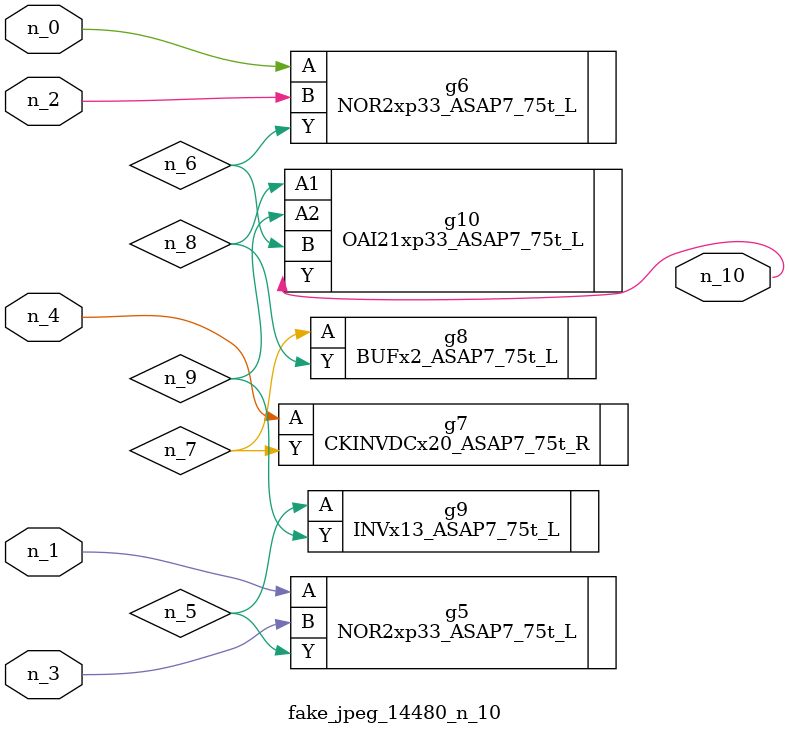
<source format=v>
module fake_jpeg_14480_n_10 (n_3, n_2, n_1, n_0, n_4, n_10);

input n_3;
input n_2;
input n_1;
input n_0;
input n_4;

output n_10;

wire n_8;
wire n_9;
wire n_6;
wire n_5;
wire n_7;

NOR2xp33_ASAP7_75t_L g5 ( 
.A(n_1),
.B(n_3),
.Y(n_5)
);

NOR2xp33_ASAP7_75t_L g6 ( 
.A(n_0),
.B(n_2),
.Y(n_6)
);

CKINVDCx20_ASAP7_75t_R g7 ( 
.A(n_4),
.Y(n_7)
);

BUFx2_ASAP7_75t_L g8 ( 
.A(n_7),
.Y(n_8)
);

OAI21xp33_ASAP7_75t_L g10 ( 
.A1(n_8),
.A2(n_9),
.B(n_6),
.Y(n_10)
);

INVx13_ASAP7_75t_L g9 ( 
.A(n_5),
.Y(n_9)
);


endmodule
</source>
